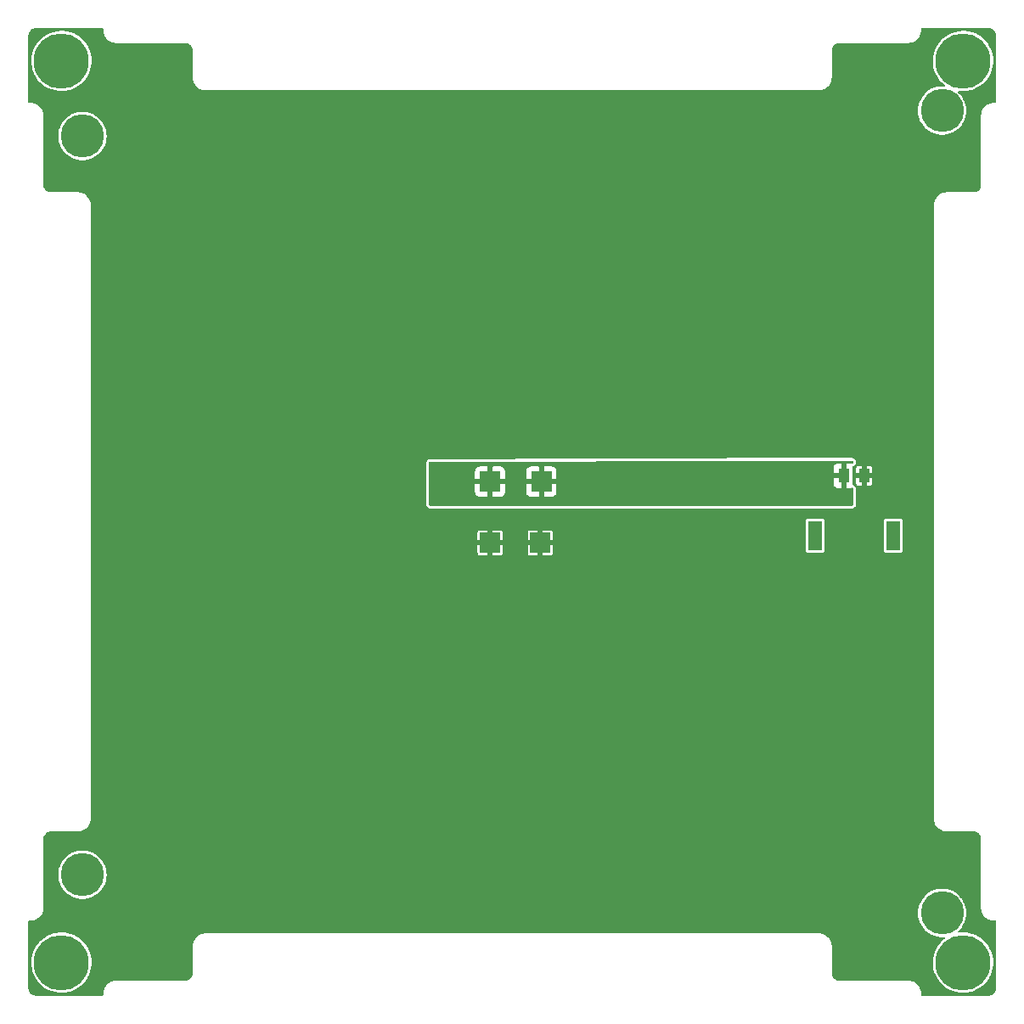
<source format=gbl>
G04 #@! TF.GenerationSoftware,KiCad,Pcbnew,(6.0.5-0)*
G04 #@! TF.CreationDate,2023-03-07T01:41:47-05:00*
G04 #@! TF.ProjectId,bottom-adapter,626f7474-6f6d-42d6-9164-61707465722e,3*
G04 #@! TF.SameCoordinates,Original*
G04 #@! TF.FileFunction,Copper,L2,Bot*
G04 #@! TF.FilePolarity,Positive*
%FSLAX46Y46*%
G04 Gerber Fmt 4.6, Leading zero omitted, Abs format (unit mm)*
G04 Created by KiCad (PCBNEW (6.0.5-0)) date 2023-03-07 01:41:47*
%MOMM*%
%LPD*%
G01*
G04 APERTURE LIST*
G04 #@! TA.AperFunction,ComponentPad*
%ADD10C,5.500000*%
G04 #@! TD*
G04 #@! TA.AperFunction,ComponentPad*
%ADD11R,2.000000X2.000000*%
G04 #@! TD*
G04 #@! TA.AperFunction,ComponentPad*
%ADD12C,4.300000*%
G04 #@! TD*
G04 #@! TA.AperFunction,SMDPad,CuDef*
%ADD13R,1.100000X1.450000*%
G04 #@! TD*
G04 #@! TA.AperFunction,SMDPad,CuDef*
%ADD14R,1.350000X2.899999*%
G04 #@! TD*
G04 #@! TA.AperFunction,ViaPad*
%ADD15C,0.800000*%
G04 #@! TD*
G04 APERTURE END LIST*
D10*
X163450000Y-143450000D03*
D11*
X121400000Y-95500000D03*
D12*
X161364000Y-58495000D03*
D11*
X116300000Y-101600000D03*
D10*
X73550000Y-53550000D03*
D12*
X161364000Y-138505000D03*
X75639000Y-134695000D03*
X75639000Y-61035000D03*
D10*
X73550000Y-143450000D03*
D11*
X121300000Y-101600000D03*
D10*
X163450000Y-53550000D03*
D11*
X116300000Y-95500000D03*
D13*
X153600000Y-94900000D03*
X151599999Y-94900000D03*
D14*
X156494998Y-100874999D03*
X148705003Y-100874999D03*
D15*
X118700000Y-104000000D03*
X113700000Y-104000000D03*
X121300000Y-103900000D03*
X113700000Y-102800000D03*
X118700000Y-102800000D03*
X123900000Y-104000000D03*
X116300000Y-104000000D03*
X123800000Y-102800000D03*
G04 #@! TA.AperFunction,Conductor*
G36*
X77704031Y-50273713D02*
G01*
X77740576Y-50324013D01*
X77745500Y-50355100D01*
X77745500Y-50465025D01*
X77743567Y-50484650D01*
X77740514Y-50500000D01*
X77742346Y-50509209D01*
X77742447Y-50510492D01*
X77742447Y-50512490D01*
X77742811Y-50515123D01*
X77757114Y-50696854D01*
X77758037Y-50700700D01*
X77758038Y-50700704D01*
X77772890Y-50762565D01*
X77803210Y-50888860D01*
X77804723Y-50892512D01*
X77804724Y-50892516D01*
X77855604Y-51015350D01*
X77878776Y-51071292D01*
X77981950Y-51239657D01*
X78110192Y-51389808D01*
X78260343Y-51518050D01*
X78428708Y-51621224D01*
X78432357Y-51622735D01*
X78432356Y-51622735D01*
X78607484Y-51695276D01*
X78607488Y-51695277D01*
X78611140Y-51696790D01*
X78707143Y-51719838D01*
X78799296Y-51741962D01*
X78799300Y-51741963D01*
X78803146Y-51742886D01*
X78984877Y-51757189D01*
X78987510Y-51757553D01*
X78989508Y-51757553D01*
X78990791Y-51757654D01*
X79000000Y-51759486D01*
X79009718Y-51757553D01*
X79009719Y-51757553D01*
X79015350Y-51756433D01*
X79034975Y-51754500D01*
X85865025Y-51754500D01*
X85884650Y-51756433D01*
X85890281Y-51757553D01*
X85890282Y-51757553D01*
X85900000Y-51759486D01*
X85909717Y-51757553D01*
X85919627Y-51757553D01*
X85919627Y-51758202D01*
X85931616Y-51757614D01*
X86035582Y-51767854D01*
X86054923Y-51771702D01*
X86175806Y-51808371D01*
X86194026Y-51815918D01*
X86305440Y-51875470D01*
X86321838Y-51886426D01*
X86419489Y-51966566D01*
X86433434Y-51980511D01*
X86513574Y-52078162D01*
X86524530Y-52094560D01*
X86584082Y-52205974D01*
X86591629Y-52224194D01*
X86628298Y-52345077D01*
X86632146Y-52364418D01*
X86642386Y-52468384D01*
X86641798Y-52480373D01*
X86642447Y-52480373D01*
X86642447Y-52490283D01*
X86640514Y-52500000D01*
X86642447Y-52509718D01*
X86642447Y-52509719D01*
X86643567Y-52515350D01*
X86645500Y-52534975D01*
X86645500Y-55165025D01*
X86643567Y-55184650D01*
X86640514Y-55200000D01*
X86642346Y-55209209D01*
X86642447Y-55210492D01*
X86642447Y-55212490D01*
X86642811Y-55215123D01*
X86657114Y-55396854D01*
X86703210Y-55588860D01*
X86704723Y-55592512D01*
X86704724Y-55592516D01*
X86760491Y-55727148D01*
X86778776Y-55771292D01*
X86881950Y-55939657D01*
X87010192Y-56089808D01*
X87160343Y-56218050D01*
X87328708Y-56321224D01*
X87332357Y-56322735D01*
X87332356Y-56322735D01*
X87507484Y-56395276D01*
X87507488Y-56395277D01*
X87511140Y-56396790D01*
X87607143Y-56419838D01*
X87699296Y-56441962D01*
X87699300Y-56441963D01*
X87703146Y-56442886D01*
X87884877Y-56457189D01*
X87887510Y-56457553D01*
X87889508Y-56457553D01*
X87890791Y-56457654D01*
X87900000Y-56459486D01*
X87909718Y-56457553D01*
X87909719Y-56457553D01*
X87915350Y-56456433D01*
X87934975Y-56454500D01*
X149065025Y-56454500D01*
X149084650Y-56456433D01*
X149090281Y-56457553D01*
X149090282Y-56457553D01*
X149100000Y-56459486D01*
X149109209Y-56457654D01*
X149110492Y-56457553D01*
X149112490Y-56457553D01*
X149115123Y-56457189D01*
X149296854Y-56442886D01*
X149300700Y-56441963D01*
X149300704Y-56441962D01*
X149392857Y-56419838D01*
X149488860Y-56396790D01*
X149492512Y-56395277D01*
X149492516Y-56395276D01*
X149667644Y-56322735D01*
X149667643Y-56322735D01*
X149671292Y-56321224D01*
X149839657Y-56218050D01*
X149989808Y-56089808D01*
X150118050Y-55939657D01*
X150221224Y-55771292D01*
X150239509Y-55727148D01*
X150295276Y-55592516D01*
X150295277Y-55592512D01*
X150296790Y-55588860D01*
X150342886Y-55396854D01*
X150357189Y-55215123D01*
X150357553Y-55212490D01*
X150357553Y-55210492D01*
X150357654Y-55209209D01*
X150359486Y-55200000D01*
X150356433Y-55184650D01*
X150354500Y-55165025D01*
X150354500Y-52534975D01*
X150356433Y-52515350D01*
X150357553Y-52509719D01*
X150357553Y-52509718D01*
X150359486Y-52500000D01*
X150357553Y-52490283D01*
X150357553Y-52480373D01*
X150358202Y-52480373D01*
X150357614Y-52468384D01*
X150367854Y-52364418D01*
X150371702Y-52345077D01*
X150408371Y-52224194D01*
X150415918Y-52205974D01*
X150475470Y-52094560D01*
X150486426Y-52078162D01*
X150566566Y-51980511D01*
X150580511Y-51966566D01*
X150678162Y-51886426D01*
X150694560Y-51875470D01*
X150805974Y-51815918D01*
X150824194Y-51808371D01*
X150945077Y-51771702D01*
X150964418Y-51767854D01*
X151068384Y-51757614D01*
X151080373Y-51758202D01*
X151080373Y-51757553D01*
X151090283Y-51757553D01*
X151100000Y-51759486D01*
X151109718Y-51757553D01*
X151109719Y-51757553D01*
X151115350Y-51756433D01*
X151134975Y-51754500D01*
X157965025Y-51754500D01*
X157984650Y-51756433D01*
X157990281Y-51757553D01*
X157990282Y-51757553D01*
X158000000Y-51759486D01*
X158009209Y-51757654D01*
X158010492Y-51757553D01*
X158012490Y-51757553D01*
X158015123Y-51757189D01*
X158196854Y-51742886D01*
X158200700Y-51741963D01*
X158200704Y-51741962D01*
X158292857Y-51719838D01*
X158388860Y-51696790D01*
X158392512Y-51695277D01*
X158392516Y-51695276D01*
X158567644Y-51622735D01*
X158567643Y-51622735D01*
X158571292Y-51621224D01*
X158739657Y-51518050D01*
X158889808Y-51389808D01*
X159018050Y-51239657D01*
X159121224Y-51071292D01*
X159144396Y-51015350D01*
X159195276Y-50892516D01*
X159195277Y-50892512D01*
X159196790Y-50888860D01*
X159227110Y-50762565D01*
X159241962Y-50700704D01*
X159241963Y-50700700D01*
X159242886Y-50696854D01*
X159257189Y-50515123D01*
X159257553Y-50512490D01*
X159257553Y-50510492D01*
X159257654Y-50509209D01*
X159259486Y-50500000D01*
X159256433Y-50484650D01*
X159254500Y-50465025D01*
X159254500Y-50355100D01*
X159273713Y-50295969D01*
X159324013Y-50259424D01*
X159355100Y-50254500D01*
X165965025Y-50254500D01*
X165984650Y-50256433D01*
X165990281Y-50257553D01*
X165990282Y-50257553D01*
X166000000Y-50259486D01*
X166009717Y-50257553D01*
X166019627Y-50257553D01*
X166019627Y-50258202D01*
X166031616Y-50257614D01*
X166135582Y-50267854D01*
X166154923Y-50271702D01*
X166275806Y-50308371D01*
X166294026Y-50315918D01*
X166405440Y-50375470D01*
X166421838Y-50386426D01*
X166519489Y-50466566D01*
X166533432Y-50480509D01*
X166541452Y-50490281D01*
X166613574Y-50578162D01*
X166624530Y-50594560D01*
X166684082Y-50705974D01*
X166691629Y-50724194D01*
X166728298Y-50845077D01*
X166732146Y-50864418D01*
X166742386Y-50968384D01*
X166741798Y-50980373D01*
X166742447Y-50980373D01*
X166742447Y-50990283D01*
X166740514Y-51000000D01*
X166742447Y-51009718D01*
X166742447Y-51009719D01*
X166743567Y-51015350D01*
X166745500Y-51034975D01*
X166745500Y-57644900D01*
X166726287Y-57704031D01*
X166675987Y-57740576D01*
X166644900Y-57745500D01*
X166534975Y-57745500D01*
X166515350Y-57743567D01*
X166509719Y-57742447D01*
X166509718Y-57742447D01*
X166500000Y-57740514D01*
X166490791Y-57742346D01*
X166489508Y-57742447D01*
X166487510Y-57742447D01*
X166484877Y-57742811D01*
X166303146Y-57757114D01*
X166299300Y-57758037D01*
X166299296Y-57758038D01*
X166207143Y-57780162D01*
X166111140Y-57803210D01*
X166107488Y-57804723D01*
X166107484Y-57804724D01*
X165955058Y-57867861D01*
X165928708Y-57878776D01*
X165760343Y-57981950D01*
X165610192Y-58110192D01*
X165481950Y-58260343D01*
X165378776Y-58428708D01*
X165303210Y-58611140D01*
X165302286Y-58614990D01*
X165259358Y-58793800D01*
X165257114Y-58803146D01*
X165242941Y-58983235D01*
X165242812Y-58984873D01*
X165242447Y-58987510D01*
X165242447Y-58989508D01*
X165242346Y-58990791D01*
X165240514Y-59000000D01*
X165242447Y-59009718D01*
X165242447Y-59009719D01*
X165243567Y-59015350D01*
X165245500Y-59034975D01*
X165245500Y-65865025D01*
X165243567Y-65884650D01*
X165240514Y-65900000D01*
X165242447Y-65909717D01*
X165242447Y-65919627D01*
X165241798Y-65919627D01*
X165242386Y-65931616D01*
X165232146Y-66035582D01*
X165228298Y-66054923D01*
X165191629Y-66175806D01*
X165184082Y-66194026D01*
X165124530Y-66305440D01*
X165113574Y-66321838D01*
X165033434Y-66419489D01*
X165019489Y-66433434D01*
X164921838Y-66513574D01*
X164905440Y-66524530D01*
X164794026Y-66584082D01*
X164775806Y-66591629D01*
X164654923Y-66628298D01*
X164635582Y-66632146D01*
X164531616Y-66642386D01*
X164519627Y-66641798D01*
X164519627Y-66642447D01*
X164509717Y-66642447D01*
X164500000Y-66640514D01*
X164490282Y-66642447D01*
X164490281Y-66642447D01*
X164484650Y-66643567D01*
X164465025Y-66645500D01*
X161834975Y-66645500D01*
X161815350Y-66643567D01*
X161809719Y-66642447D01*
X161809718Y-66642447D01*
X161800000Y-66640514D01*
X161790791Y-66642346D01*
X161789508Y-66642447D01*
X161787510Y-66642447D01*
X161784877Y-66642811D01*
X161603146Y-66657114D01*
X161599300Y-66658037D01*
X161599296Y-66658038D01*
X161507143Y-66680162D01*
X161411140Y-66703210D01*
X161407488Y-66704723D01*
X161407484Y-66704724D01*
X161255058Y-66767861D01*
X161228708Y-66778776D01*
X161060343Y-66881950D01*
X160910192Y-67010192D01*
X160781950Y-67160343D01*
X160678776Y-67328708D01*
X160603210Y-67511140D01*
X160557114Y-67703146D01*
X160556804Y-67707089D01*
X160542812Y-67884873D01*
X160542447Y-67887510D01*
X160542447Y-67889508D01*
X160542346Y-67890791D01*
X160540514Y-67900000D01*
X160542447Y-67909718D01*
X160542447Y-67909719D01*
X160543567Y-67915350D01*
X160545500Y-67934975D01*
X160545500Y-129065025D01*
X160543567Y-129084650D01*
X160540514Y-129100000D01*
X160542346Y-129109209D01*
X160542447Y-129110492D01*
X160542447Y-129112490D01*
X160542811Y-129115123D01*
X160557114Y-129296854D01*
X160603210Y-129488860D01*
X160678776Y-129671292D01*
X160781950Y-129839657D01*
X160910192Y-129989808D01*
X161060343Y-130118050D01*
X161228708Y-130221224D01*
X161232357Y-130222735D01*
X161232356Y-130222735D01*
X161407484Y-130295276D01*
X161407488Y-130295277D01*
X161411140Y-130296790D01*
X161507143Y-130319838D01*
X161599296Y-130341962D01*
X161599300Y-130341963D01*
X161603146Y-130342886D01*
X161784877Y-130357189D01*
X161787510Y-130357553D01*
X161789508Y-130357553D01*
X161790791Y-130357654D01*
X161800000Y-130359486D01*
X161809718Y-130357553D01*
X161809719Y-130357553D01*
X161815350Y-130356433D01*
X161834975Y-130354500D01*
X164465025Y-130354500D01*
X164484650Y-130356433D01*
X164490281Y-130357553D01*
X164490282Y-130357553D01*
X164500000Y-130359486D01*
X164509717Y-130357553D01*
X164519627Y-130357553D01*
X164519627Y-130358202D01*
X164531616Y-130357614D01*
X164635582Y-130367854D01*
X164654923Y-130371702D01*
X164775806Y-130408371D01*
X164794026Y-130415918D01*
X164905440Y-130475470D01*
X164921838Y-130486426D01*
X165019489Y-130566566D01*
X165033434Y-130580511D01*
X165113574Y-130678162D01*
X165124530Y-130694560D01*
X165184082Y-130805974D01*
X165191629Y-130824194D01*
X165228298Y-130945077D01*
X165232146Y-130964418D01*
X165242386Y-131068384D01*
X165241798Y-131080373D01*
X165242447Y-131080373D01*
X165242447Y-131090283D01*
X165240514Y-131100000D01*
X165242447Y-131109718D01*
X165242447Y-131109719D01*
X165243567Y-131115350D01*
X165245500Y-131134975D01*
X165245500Y-137965025D01*
X165243567Y-137984650D01*
X165240514Y-138000000D01*
X165242346Y-138009209D01*
X165242447Y-138010492D01*
X165242447Y-138012490D01*
X165242811Y-138015123D01*
X165257114Y-138196854D01*
X165258037Y-138200700D01*
X165258038Y-138200704D01*
X165278345Y-138285290D01*
X165303210Y-138388860D01*
X165378776Y-138571292D01*
X165481950Y-138739657D01*
X165610192Y-138889808D01*
X165760343Y-139018050D01*
X165928708Y-139121224D01*
X165932357Y-139122735D01*
X165932356Y-139122735D01*
X166107484Y-139195276D01*
X166107488Y-139195277D01*
X166111140Y-139196790D01*
X166207143Y-139219838D01*
X166299296Y-139241962D01*
X166299300Y-139241963D01*
X166303146Y-139242886D01*
X166484877Y-139257189D01*
X166487510Y-139257553D01*
X166489508Y-139257553D01*
X166490791Y-139257654D01*
X166500000Y-139259486D01*
X166509718Y-139257553D01*
X166509719Y-139257553D01*
X166515350Y-139256433D01*
X166534975Y-139254500D01*
X166644900Y-139254500D01*
X166704031Y-139273713D01*
X166740576Y-139324013D01*
X166745500Y-139355100D01*
X166745500Y-145965025D01*
X166743567Y-145984650D01*
X166740514Y-146000000D01*
X166742447Y-146009717D01*
X166742447Y-146019627D01*
X166741798Y-146019627D01*
X166742386Y-146031616D01*
X166732146Y-146135582D01*
X166728298Y-146154923D01*
X166691629Y-146275806D01*
X166684082Y-146294026D01*
X166624530Y-146405440D01*
X166613574Y-146421838D01*
X166601905Y-146436057D01*
X166536831Y-146515350D01*
X166533434Y-146519489D01*
X166519489Y-146533434D01*
X166421838Y-146613574D01*
X166405440Y-146624530D01*
X166294026Y-146684082D01*
X166275806Y-146691629D01*
X166154923Y-146728298D01*
X166135582Y-146732146D01*
X166031616Y-146742386D01*
X166019627Y-146741798D01*
X166019627Y-146742447D01*
X166009717Y-146742447D01*
X166000000Y-146740514D01*
X165990282Y-146742447D01*
X165990281Y-146742447D01*
X165984650Y-146743567D01*
X165965025Y-146745500D01*
X159355100Y-146745500D01*
X159295969Y-146726287D01*
X159259424Y-146675987D01*
X159254500Y-146644900D01*
X159254500Y-146534975D01*
X159256433Y-146515350D01*
X159257553Y-146509719D01*
X159257553Y-146509718D01*
X159259486Y-146500000D01*
X159257654Y-146490791D01*
X159257553Y-146489508D01*
X159257553Y-146487510D01*
X159257188Y-146484873D01*
X159257059Y-146483235D01*
X159242886Y-146303146D01*
X159240256Y-146292188D01*
X159207301Y-146154923D01*
X159196790Y-146111140D01*
X159157699Y-146016765D01*
X159122735Y-145932356D01*
X159121224Y-145928708D01*
X159018050Y-145760343D01*
X158889808Y-145610192D01*
X158739657Y-145481950D01*
X158571292Y-145378776D01*
X158544942Y-145367861D01*
X158392516Y-145304724D01*
X158392512Y-145304723D01*
X158388860Y-145303210D01*
X158292857Y-145280162D01*
X158200704Y-145258038D01*
X158200700Y-145258037D01*
X158196854Y-145257114D01*
X158015123Y-145242811D01*
X158012490Y-145242447D01*
X158010492Y-145242447D01*
X158009209Y-145242346D01*
X158000000Y-145240514D01*
X157990282Y-145242447D01*
X157990281Y-145242447D01*
X157984650Y-145243567D01*
X157965025Y-145245500D01*
X151134975Y-145245500D01*
X151115350Y-145243567D01*
X151109719Y-145242447D01*
X151109718Y-145242447D01*
X151100000Y-145240514D01*
X151090283Y-145242447D01*
X151080373Y-145242447D01*
X151080373Y-145241798D01*
X151068384Y-145242386D01*
X150964418Y-145232146D01*
X150945077Y-145228298D01*
X150824194Y-145191629D01*
X150805974Y-145184082D01*
X150694560Y-145124530D01*
X150678162Y-145113574D01*
X150580511Y-145033434D01*
X150566566Y-145019489D01*
X150486426Y-144921838D01*
X150475470Y-144905440D01*
X150415918Y-144794026D01*
X150408371Y-144775806D01*
X150371702Y-144654923D01*
X150367854Y-144635582D01*
X150357614Y-144531616D01*
X150358202Y-144519627D01*
X150357553Y-144519627D01*
X150357553Y-144509717D01*
X150359486Y-144500000D01*
X150356433Y-144484650D01*
X150354500Y-144465025D01*
X150354500Y-141834975D01*
X150356433Y-141815350D01*
X150357553Y-141809719D01*
X150357553Y-141809718D01*
X150359486Y-141800000D01*
X150357654Y-141790791D01*
X150357553Y-141789508D01*
X150357553Y-141787510D01*
X150357188Y-141784873D01*
X150357059Y-141783235D01*
X150342886Y-141603146D01*
X150296790Y-141411140D01*
X150221224Y-141228708D01*
X150134353Y-141086947D01*
X150120114Y-141063711D01*
X150120113Y-141063710D01*
X150118050Y-141060343D01*
X149989808Y-140910192D01*
X149839657Y-140781950D01*
X149671292Y-140678776D01*
X149644942Y-140667861D01*
X149492516Y-140604724D01*
X149492512Y-140604723D01*
X149488860Y-140603210D01*
X149384376Y-140578126D01*
X149300704Y-140558038D01*
X149300700Y-140558037D01*
X149296854Y-140557114D01*
X149115123Y-140542811D01*
X149112490Y-140542447D01*
X149110492Y-140542447D01*
X149109209Y-140542346D01*
X149100000Y-140540514D01*
X149090282Y-140542447D01*
X149090281Y-140542447D01*
X149084650Y-140543567D01*
X149065025Y-140545500D01*
X87934975Y-140545500D01*
X87915350Y-140543567D01*
X87909719Y-140542447D01*
X87909718Y-140542447D01*
X87900000Y-140540514D01*
X87890791Y-140542346D01*
X87889508Y-140542447D01*
X87887510Y-140542447D01*
X87884877Y-140542811D01*
X87703146Y-140557114D01*
X87699300Y-140558037D01*
X87699296Y-140558038D01*
X87615624Y-140578126D01*
X87511140Y-140603210D01*
X87507488Y-140604723D01*
X87507484Y-140604724D01*
X87355058Y-140667861D01*
X87328708Y-140678776D01*
X87160343Y-140781950D01*
X87010192Y-140910192D01*
X86881950Y-141060343D01*
X86879887Y-141063710D01*
X86879886Y-141063711D01*
X86865647Y-141086947D01*
X86778776Y-141228708D01*
X86703210Y-141411140D01*
X86657114Y-141603146D01*
X86642941Y-141783235D01*
X86642812Y-141784873D01*
X86642447Y-141787510D01*
X86642447Y-141789508D01*
X86642346Y-141790791D01*
X86640514Y-141800000D01*
X86642447Y-141809718D01*
X86642447Y-141809719D01*
X86643567Y-141815350D01*
X86645500Y-141834975D01*
X86645500Y-144465025D01*
X86643567Y-144484650D01*
X86640514Y-144500000D01*
X86642447Y-144509717D01*
X86642447Y-144519627D01*
X86641798Y-144519627D01*
X86642386Y-144531616D01*
X86632146Y-144635582D01*
X86628298Y-144654923D01*
X86591629Y-144775806D01*
X86584082Y-144794026D01*
X86524530Y-144905440D01*
X86513574Y-144921838D01*
X86433434Y-145019489D01*
X86419489Y-145033434D01*
X86321838Y-145113574D01*
X86305440Y-145124530D01*
X86194026Y-145184082D01*
X86175806Y-145191629D01*
X86054923Y-145228298D01*
X86035582Y-145232146D01*
X85931616Y-145242386D01*
X85919627Y-145241798D01*
X85919627Y-145242447D01*
X85909717Y-145242447D01*
X85900000Y-145240514D01*
X85890282Y-145242447D01*
X85890281Y-145242447D01*
X85884650Y-145243567D01*
X85865025Y-145245500D01*
X79034975Y-145245500D01*
X79015350Y-145243567D01*
X79009719Y-145242447D01*
X79009718Y-145242447D01*
X79000000Y-145240514D01*
X78990791Y-145242346D01*
X78989508Y-145242447D01*
X78987510Y-145242447D01*
X78984877Y-145242811D01*
X78803146Y-145257114D01*
X78799300Y-145258037D01*
X78799296Y-145258038D01*
X78707143Y-145280162D01*
X78611140Y-145303210D01*
X78607488Y-145304723D01*
X78607484Y-145304724D01*
X78455058Y-145367861D01*
X78428708Y-145378776D01*
X78260343Y-145481950D01*
X78110192Y-145610192D01*
X77981950Y-145760343D01*
X77878776Y-145928708D01*
X77877265Y-145932356D01*
X77842302Y-146016765D01*
X77803210Y-146111140D01*
X77792699Y-146154923D01*
X77759745Y-146292188D01*
X77757114Y-146303146D01*
X77742941Y-146483235D01*
X77742812Y-146484873D01*
X77742447Y-146487510D01*
X77742447Y-146489508D01*
X77742346Y-146490791D01*
X77740514Y-146500000D01*
X77742447Y-146509718D01*
X77742447Y-146509719D01*
X77743567Y-146515350D01*
X77745500Y-146534975D01*
X77745500Y-146644900D01*
X77726287Y-146704031D01*
X77675987Y-146740576D01*
X77644900Y-146745500D01*
X71034975Y-146745500D01*
X71015350Y-146743567D01*
X71009719Y-146742447D01*
X71009718Y-146742447D01*
X71000000Y-146740514D01*
X70990283Y-146742447D01*
X70980373Y-146742447D01*
X70980373Y-146741798D01*
X70968384Y-146742386D01*
X70864418Y-146732146D01*
X70845077Y-146728298D01*
X70724194Y-146691629D01*
X70705974Y-146684082D01*
X70594560Y-146624530D01*
X70578162Y-146613574D01*
X70480511Y-146533434D01*
X70466566Y-146519489D01*
X70463170Y-146515350D01*
X70398095Y-146436057D01*
X70386426Y-146421838D01*
X70375470Y-146405440D01*
X70315918Y-146294026D01*
X70308371Y-146275806D01*
X70271702Y-146154923D01*
X70267854Y-146135582D01*
X70257614Y-146031616D01*
X70258202Y-146019627D01*
X70257553Y-146019627D01*
X70257553Y-146009717D01*
X70259486Y-146000000D01*
X70256433Y-145984650D01*
X70254500Y-145965025D01*
X70254500Y-143355466D01*
X70541893Y-143355466D01*
X70550963Y-143701836D01*
X70599784Y-144044868D01*
X70600521Y-144047678D01*
X70600522Y-144047682D01*
X70671929Y-144319868D01*
X70687708Y-144380015D01*
X70813570Y-144702835D01*
X70975703Y-145009050D01*
X71171956Y-145294600D01*
X71173860Y-145296783D01*
X71173865Y-145296789D01*
X71358103Y-145507984D01*
X71399729Y-145555701D01*
X71656002Y-145788892D01*
X71658347Y-145790577D01*
X71928428Y-145984650D01*
X71937380Y-145991083D01*
X72240132Y-146159592D01*
X72560246Y-146292188D01*
X72563031Y-146292981D01*
X72563033Y-146292982D01*
X72612557Y-146307089D01*
X72893478Y-146387111D01*
X73235412Y-146443105D01*
X73454757Y-146453449D01*
X73578608Y-146459290D01*
X73578610Y-146459290D01*
X73581516Y-146459427D01*
X73850539Y-146441086D01*
X73924313Y-146436057D01*
X73924314Y-146436057D01*
X73927202Y-146435860D01*
X73930048Y-146435332D01*
X73930052Y-146435332D01*
X74265030Y-146373248D01*
X74265035Y-146373247D01*
X74267888Y-146372718D01*
X74366544Y-146342367D01*
X74596302Y-146271685D01*
X74596310Y-146271682D01*
X74599060Y-146270836D01*
X74916326Y-146131566D01*
X75215483Y-145956753D01*
X75492564Y-145748714D01*
X75743898Y-145510207D01*
X75966153Y-145244394D01*
X76120745Y-145009050D01*
X76154797Y-144957211D01*
X76154800Y-144957207D01*
X76156383Y-144954796D01*
X76181207Y-144905440D01*
X76246406Y-144775806D01*
X76312067Y-144645253D01*
X76315606Y-144635582D01*
X76430146Y-144322588D01*
X76430148Y-144322582D01*
X76431141Y-144319868D01*
X76512027Y-143982953D01*
X76553653Y-143638974D01*
X76559592Y-143450000D01*
X76539647Y-143104086D01*
X76480075Y-142762757D01*
X76381667Y-142430537D01*
X76245727Y-142111830D01*
X76199304Y-142030441D01*
X76121329Y-141893738D01*
X76074056Y-141810859D01*
X75868930Y-141531614D01*
X75800205Y-141457656D01*
X75635047Y-141279925D01*
X75633069Y-141277796D01*
X75627281Y-141272852D01*
X75371809Y-141054659D01*
X75371807Y-141054657D01*
X75369597Y-141052770D01*
X75082007Y-140859518D01*
X75028936Y-140832126D01*
X74776681Y-140701927D01*
X74776674Y-140701924D01*
X74774111Y-140700601D01*
X74516374Y-140603210D01*
X74452701Y-140579150D01*
X74449991Y-140578126D01*
X74447180Y-140577420D01*
X74447177Y-140577419D01*
X74116761Y-140494424D01*
X74116755Y-140494423D01*
X74113941Y-140493716D01*
X74111059Y-140493337D01*
X74111056Y-140493336D01*
X73939201Y-140470711D01*
X73770417Y-140448490D01*
X73623172Y-140446177D01*
X73426866Y-140443093D01*
X73426858Y-140443093D01*
X73423971Y-140443048D01*
X73201087Y-140465295D01*
X73082069Y-140477174D01*
X73082065Y-140477175D01*
X73079196Y-140477461D01*
X72740661Y-140551274D01*
X72412853Y-140663507D01*
X72100118Y-140812674D01*
X72097668Y-140814211D01*
X71809056Y-140995257D01*
X71809052Y-140995260D01*
X71806600Y-140996798D01*
X71804342Y-140998607D01*
X71804335Y-140998612D01*
X71716695Y-141068825D01*
X71536190Y-141213437D01*
X71477394Y-141272852D01*
X71344165Y-141407484D01*
X71292472Y-141459721D01*
X71290685Y-141462000D01*
X71139699Y-141654560D01*
X71078676Y-141732385D01*
X71077165Y-141734850D01*
X71077162Y-141734855D01*
X70899149Y-142025346D01*
X70897636Y-142027815D01*
X70751752Y-142342095D01*
X70750840Y-142344852D01*
X70750839Y-142344855D01*
X70721582Y-142433319D01*
X70642957Y-142671060D01*
X70642369Y-142673899D01*
X70642368Y-142673903D01*
X70623375Y-142765620D01*
X70572694Y-143010350D01*
X70572437Y-143013234D01*
X70572436Y-143013238D01*
X70559169Y-143161898D01*
X70541893Y-143355466D01*
X70254500Y-143355466D01*
X70254500Y-139355100D01*
X70273713Y-139295969D01*
X70324013Y-139259424D01*
X70355100Y-139254500D01*
X70465025Y-139254500D01*
X70484650Y-139256433D01*
X70490281Y-139257553D01*
X70490282Y-139257553D01*
X70500000Y-139259486D01*
X70509209Y-139257654D01*
X70510492Y-139257553D01*
X70512490Y-139257553D01*
X70515123Y-139257189D01*
X70696854Y-139242886D01*
X70700700Y-139241963D01*
X70700704Y-139241962D01*
X70792857Y-139219838D01*
X70888860Y-139196790D01*
X70892512Y-139195277D01*
X70892516Y-139195276D01*
X71067644Y-139122735D01*
X71067643Y-139122735D01*
X71071292Y-139121224D01*
X71239657Y-139018050D01*
X71389808Y-138889808D01*
X71518050Y-138739657D01*
X71621224Y-138571292D01*
X71648683Y-138505000D01*
X158954746Y-138505000D01*
X158954945Y-138508163D01*
X158969564Y-138740514D01*
X158973744Y-138806960D01*
X159030437Y-139104157D01*
X159123932Y-139391906D01*
X159252755Y-139665667D01*
X159414873Y-139921124D01*
X159607729Y-140154248D01*
X159828284Y-140361362D01*
X159830834Y-140363215D01*
X159830838Y-140363218D01*
X159948143Y-140448445D01*
X160073057Y-140539200D01*
X160338190Y-140684958D01*
X160341133Y-140686123D01*
X160341141Y-140686127D01*
X160616552Y-140795170D01*
X160616555Y-140795171D01*
X160619500Y-140796337D01*
X160622555Y-140797121D01*
X160622563Y-140797124D01*
X160846834Y-140854706D01*
X160912551Y-140871579D01*
X160915670Y-140871973D01*
X160915675Y-140871974D01*
X161209584Y-140909104D01*
X161209591Y-140909104D01*
X161212722Y-140909500D01*
X161515278Y-140909500D01*
X161518416Y-140909104D01*
X161521573Y-140908905D01*
X161521634Y-140909881D01*
X161578978Y-140920827D01*
X161621533Y-140966156D01*
X161629318Y-141027841D01*
X161599358Y-141082320D01*
X161593410Y-141087480D01*
X161436190Y-141213437D01*
X161377394Y-141272852D01*
X161244165Y-141407484D01*
X161192472Y-141459721D01*
X161190685Y-141462000D01*
X161039699Y-141654560D01*
X160978676Y-141732385D01*
X160977165Y-141734850D01*
X160977162Y-141734855D01*
X160799149Y-142025346D01*
X160797636Y-142027815D01*
X160651752Y-142342095D01*
X160650840Y-142344852D01*
X160650839Y-142344855D01*
X160621582Y-142433319D01*
X160542957Y-142671060D01*
X160542369Y-142673899D01*
X160542368Y-142673903D01*
X160523375Y-142765620D01*
X160472694Y-143010350D01*
X160472437Y-143013234D01*
X160472436Y-143013238D01*
X160459169Y-143161898D01*
X160441893Y-143355466D01*
X160450963Y-143701836D01*
X160499784Y-144044868D01*
X160500521Y-144047678D01*
X160500522Y-144047682D01*
X160571929Y-144319868D01*
X160587708Y-144380015D01*
X160713570Y-144702835D01*
X160875703Y-145009050D01*
X161071956Y-145294600D01*
X161073860Y-145296783D01*
X161073865Y-145296789D01*
X161258103Y-145507984D01*
X161299729Y-145555701D01*
X161556002Y-145788892D01*
X161558347Y-145790577D01*
X161828428Y-145984650D01*
X161837380Y-145991083D01*
X162140132Y-146159592D01*
X162460246Y-146292188D01*
X162463031Y-146292981D01*
X162463033Y-146292982D01*
X162512557Y-146307089D01*
X162793478Y-146387111D01*
X163135412Y-146443105D01*
X163354757Y-146453449D01*
X163478608Y-146459290D01*
X163478610Y-146459290D01*
X163481516Y-146459427D01*
X163750539Y-146441086D01*
X163824313Y-146436057D01*
X163824314Y-146436057D01*
X163827202Y-146435860D01*
X163830048Y-146435332D01*
X163830052Y-146435332D01*
X164165030Y-146373248D01*
X164165035Y-146373247D01*
X164167888Y-146372718D01*
X164266544Y-146342367D01*
X164496302Y-146271685D01*
X164496310Y-146271682D01*
X164499060Y-146270836D01*
X164816326Y-146131566D01*
X165115483Y-145956753D01*
X165392564Y-145748714D01*
X165643898Y-145510207D01*
X165866153Y-145244394D01*
X166020745Y-145009050D01*
X166054797Y-144957211D01*
X166054800Y-144957207D01*
X166056383Y-144954796D01*
X166081207Y-144905440D01*
X166146406Y-144775806D01*
X166212067Y-144645253D01*
X166215606Y-144635582D01*
X166330146Y-144322588D01*
X166330148Y-144322582D01*
X166331141Y-144319868D01*
X166412027Y-143982953D01*
X166453653Y-143638974D01*
X166459592Y-143450000D01*
X166439647Y-143104086D01*
X166380075Y-142762757D01*
X166281667Y-142430537D01*
X166145727Y-142111830D01*
X166099304Y-142030441D01*
X166021329Y-141893738D01*
X165974056Y-141810859D01*
X165768930Y-141531614D01*
X165700205Y-141457656D01*
X165535047Y-141279925D01*
X165533069Y-141277796D01*
X165527281Y-141272852D01*
X165271809Y-141054659D01*
X165271807Y-141054657D01*
X165269597Y-141052770D01*
X164982007Y-140859518D01*
X164928936Y-140832126D01*
X164676681Y-140701927D01*
X164676674Y-140701924D01*
X164674111Y-140700601D01*
X164416374Y-140603210D01*
X164352701Y-140579150D01*
X164349991Y-140578126D01*
X164347180Y-140577420D01*
X164347177Y-140577419D01*
X164016761Y-140494424D01*
X164016755Y-140494423D01*
X164013941Y-140493716D01*
X164011059Y-140493337D01*
X164011056Y-140493336D01*
X163839201Y-140470711D01*
X163670417Y-140448490D01*
X163523172Y-140446177D01*
X163326866Y-140443093D01*
X163326858Y-140443093D01*
X163323971Y-140443048D01*
X163186270Y-140456792D01*
X163046819Y-140470711D01*
X162986072Y-140457466D01*
X162944712Y-140411044D01*
X162938537Y-140349177D01*
X162967963Y-140297274D01*
X163117963Y-140156415D01*
X163120271Y-140154248D01*
X163313127Y-139921124D01*
X163475245Y-139665667D01*
X163604068Y-139391906D01*
X163697563Y-139104157D01*
X163754256Y-138806960D01*
X163758437Y-138740514D01*
X163773055Y-138508163D01*
X163773254Y-138505000D01*
X163754256Y-138203040D01*
X163697563Y-137905843D01*
X163604068Y-137618094D01*
X163475245Y-137344333D01*
X163313127Y-137088876D01*
X163290545Y-137061579D01*
X163122285Y-136858186D01*
X163122281Y-136858182D01*
X163120271Y-136855752D01*
X162899716Y-136648638D01*
X162897166Y-136646785D01*
X162897162Y-136646782D01*
X162657500Y-136472658D01*
X162654943Y-136470800D01*
X162389810Y-136325042D01*
X162386867Y-136323877D01*
X162386859Y-136323873D01*
X162111448Y-136214830D01*
X162111445Y-136214829D01*
X162108500Y-136213663D01*
X162105445Y-136212879D01*
X162105437Y-136212876D01*
X161881166Y-136155294D01*
X161815449Y-136138421D01*
X161812330Y-136138027D01*
X161812325Y-136138026D01*
X161518416Y-136100896D01*
X161518409Y-136100896D01*
X161515278Y-136100500D01*
X161212722Y-136100500D01*
X161209591Y-136100896D01*
X161209584Y-136100896D01*
X160915675Y-136138026D01*
X160915670Y-136138027D01*
X160912551Y-136138421D01*
X160846835Y-136155294D01*
X160622563Y-136212876D01*
X160622555Y-136212879D01*
X160619500Y-136213663D01*
X160616555Y-136214829D01*
X160616552Y-136214830D01*
X160341141Y-136323873D01*
X160341133Y-136323877D01*
X160338190Y-136325042D01*
X160073057Y-136470800D01*
X160070500Y-136472658D01*
X159830838Y-136646782D01*
X159830834Y-136646785D01*
X159828284Y-136648638D01*
X159607729Y-136855752D01*
X159605719Y-136858182D01*
X159605715Y-136858186D01*
X159437455Y-137061579D01*
X159414873Y-137088876D01*
X159252755Y-137344333D01*
X159123932Y-137618094D01*
X159030437Y-137905843D01*
X158973744Y-138203040D01*
X158954746Y-138505000D01*
X71648683Y-138505000D01*
X71696790Y-138388860D01*
X71721655Y-138285290D01*
X71741962Y-138200704D01*
X71741963Y-138200700D01*
X71742886Y-138196854D01*
X71757189Y-138015123D01*
X71757553Y-138012490D01*
X71757553Y-138010492D01*
X71757654Y-138009209D01*
X71759486Y-138000000D01*
X71756433Y-137984650D01*
X71754500Y-137965025D01*
X71754500Y-134695000D01*
X73229746Y-134695000D01*
X73248744Y-134996960D01*
X73305437Y-135294157D01*
X73398932Y-135581906D01*
X73527755Y-135855667D01*
X73689873Y-136111124D01*
X73691884Y-136113555D01*
X73691887Y-136113559D01*
X73775666Y-136214830D01*
X73882729Y-136344248D01*
X74103284Y-136551362D01*
X74105834Y-136553215D01*
X74105838Y-136553218D01*
X74234618Y-136646782D01*
X74348057Y-136729200D01*
X74613190Y-136874958D01*
X74616133Y-136876123D01*
X74616141Y-136876127D01*
X74891552Y-136985170D01*
X74891555Y-136985171D01*
X74894500Y-136986337D01*
X74897555Y-136987121D01*
X74897563Y-136987124D01*
X75121834Y-137044706D01*
X75187551Y-137061579D01*
X75190670Y-137061973D01*
X75190675Y-137061974D01*
X75484584Y-137099104D01*
X75484591Y-137099104D01*
X75487722Y-137099500D01*
X75790278Y-137099500D01*
X75793409Y-137099104D01*
X75793416Y-137099104D01*
X76087325Y-137061974D01*
X76087330Y-137061973D01*
X76090449Y-137061579D01*
X76156166Y-137044706D01*
X76380437Y-136987124D01*
X76380445Y-136987121D01*
X76383500Y-136986337D01*
X76386445Y-136985171D01*
X76386448Y-136985170D01*
X76661859Y-136876127D01*
X76661867Y-136876123D01*
X76664810Y-136874958D01*
X76929943Y-136729200D01*
X77043382Y-136646782D01*
X77172162Y-136553218D01*
X77172166Y-136553215D01*
X77174716Y-136551362D01*
X77395271Y-136344248D01*
X77502335Y-136214830D01*
X77586113Y-136113559D01*
X77586116Y-136113555D01*
X77588127Y-136111124D01*
X77750245Y-135855667D01*
X77879068Y-135581906D01*
X77972563Y-135294157D01*
X78029256Y-134996960D01*
X78048254Y-134695000D01*
X78029256Y-134393040D01*
X77972563Y-134095843D01*
X77879068Y-133808094D01*
X77750245Y-133534333D01*
X77588127Y-133278876D01*
X77395271Y-133045752D01*
X77174716Y-132838638D01*
X77172166Y-132836785D01*
X77172162Y-132836782D01*
X76932500Y-132662658D01*
X76929943Y-132660800D01*
X76664810Y-132515042D01*
X76661867Y-132513877D01*
X76661859Y-132513873D01*
X76386448Y-132404830D01*
X76386445Y-132404829D01*
X76383500Y-132403663D01*
X76380445Y-132402879D01*
X76380437Y-132402876D01*
X76156166Y-132345294D01*
X76090449Y-132328421D01*
X76087330Y-132328027D01*
X76087325Y-132328026D01*
X75793416Y-132290896D01*
X75793409Y-132290896D01*
X75790278Y-132290500D01*
X75487722Y-132290500D01*
X75484591Y-132290896D01*
X75484584Y-132290896D01*
X75190675Y-132328026D01*
X75190670Y-132328027D01*
X75187551Y-132328421D01*
X75121834Y-132345294D01*
X74897563Y-132402876D01*
X74897555Y-132402879D01*
X74894500Y-132403663D01*
X74891555Y-132404829D01*
X74891552Y-132404830D01*
X74616141Y-132513873D01*
X74616133Y-132513877D01*
X74613190Y-132515042D01*
X74348057Y-132660800D01*
X74345500Y-132662658D01*
X74105838Y-132836782D01*
X74105834Y-132836785D01*
X74103284Y-132838638D01*
X73882729Y-133045752D01*
X73689873Y-133278876D01*
X73527755Y-133534333D01*
X73398932Y-133808094D01*
X73305437Y-134095843D01*
X73248744Y-134393040D01*
X73229746Y-134695000D01*
X71754500Y-134695000D01*
X71754500Y-131134975D01*
X71756433Y-131115350D01*
X71757553Y-131109719D01*
X71757553Y-131109718D01*
X71759486Y-131100000D01*
X71757553Y-131090283D01*
X71757553Y-131080373D01*
X71758202Y-131080373D01*
X71757614Y-131068384D01*
X71767854Y-130964418D01*
X71771702Y-130945077D01*
X71808371Y-130824194D01*
X71815918Y-130805974D01*
X71875470Y-130694560D01*
X71886426Y-130678162D01*
X71966566Y-130580511D01*
X71980511Y-130566566D01*
X72078162Y-130486426D01*
X72094560Y-130475470D01*
X72205974Y-130415918D01*
X72224194Y-130408371D01*
X72345077Y-130371702D01*
X72364418Y-130367854D01*
X72468384Y-130357614D01*
X72480373Y-130358202D01*
X72480373Y-130357553D01*
X72490283Y-130357553D01*
X72500000Y-130359486D01*
X72509718Y-130357553D01*
X72509719Y-130357553D01*
X72515350Y-130356433D01*
X72534975Y-130354500D01*
X75165025Y-130354500D01*
X75184650Y-130356433D01*
X75190281Y-130357553D01*
X75190282Y-130357553D01*
X75200000Y-130359486D01*
X75209209Y-130357654D01*
X75210492Y-130357553D01*
X75212490Y-130357553D01*
X75215123Y-130357189D01*
X75396854Y-130342886D01*
X75400700Y-130341963D01*
X75400704Y-130341962D01*
X75492857Y-130319838D01*
X75588860Y-130296790D01*
X75592512Y-130295277D01*
X75592516Y-130295276D01*
X75767644Y-130222735D01*
X75767643Y-130222735D01*
X75771292Y-130221224D01*
X75939657Y-130118050D01*
X76089808Y-129989808D01*
X76218050Y-129839657D01*
X76321224Y-129671292D01*
X76396790Y-129488860D01*
X76442886Y-129296854D01*
X76457189Y-129115123D01*
X76457553Y-129112490D01*
X76457553Y-129110492D01*
X76457654Y-129109209D01*
X76459486Y-129100000D01*
X76456433Y-129084650D01*
X76454500Y-129065025D01*
X76454500Y-102620078D01*
X115046001Y-102620078D01*
X115046965Y-102629861D01*
X115058804Y-102689386D01*
X115066242Y-102707345D01*
X115111371Y-102774885D01*
X115125115Y-102788629D01*
X115192657Y-102833759D01*
X115210611Y-102841196D01*
X115270131Y-102853035D01*
X115279930Y-102854000D01*
X116030067Y-102854000D01*
X116042957Y-102849812D01*
X116046000Y-102845623D01*
X116046000Y-102838066D01*
X116554000Y-102838066D01*
X116558188Y-102850956D01*
X116562377Y-102853999D01*
X117320078Y-102853999D01*
X117329861Y-102853035D01*
X117389386Y-102841196D01*
X117407345Y-102833758D01*
X117474885Y-102788629D01*
X117488629Y-102774885D01*
X117533759Y-102707343D01*
X117541196Y-102689389D01*
X117553035Y-102629869D01*
X117553999Y-102620078D01*
X120046001Y-102620078D01*
X120046965Y-102629861D01*
X120058804Y-102689386D01*
X120066242Y-102707345D01*
X120111371Y-102774885D01*
X120125115Y-102788629D01*
X120192657Y-102833759D01*
X120210611Y-102841196D01*
X120270131Y-102853035D01*
X120279930Y-102854000D01*
X121030067Y-102854000D01*
X121042957Y-102849812D01*
X121046000Y-102845623D01*
X121046000Y-102838066D01*
X121554000Y-102838066D01*
X121558188Y-102850956D01*
X121562377Y-102853999D01*
X122320078Y-102853999D01*
X122329861Y-102853035D01*
X122389386Y-102841196D01*
X122407345Y-102833758D01*
X122474885Y-102788629D01*
X122488629Y-102774885D01*
X122533759Y-102707343D01*
X122541196Y-102689389D01*
X122553035Y-102629869D01*
X122554000Y-102620070D01*
X122554000Y-101869933D01*
X122549812Y-101857043D01*
X122545623Y-101854000D01*
X121569933Y-101854000D01*
X121557043Y-101858188D01*
X121554000Y-101862377D01*
X121554000Y-102838066D01*
X121046000Y-102838066D01*
X121046000Y-101869933D01*
X121041812Y-101857043D01*
X121037623Y-101854000D01*
X120061934Y-101854000D01*
X120049044Y-101858188D01*
X120046001Y-101862377D01*
X120046001Y-102620078D01*
X117553999Y-102620078D01*
X117554000Y-102620070D01*
X117554000Y-101869933D01*
X117549812Y-101857043D01*
X117545623Y-101854000D01*
X116569933Y-101854000D01*
X116557043Y-101858188D01*
X116554000Y-101862377D01*
X116554000Y-102838066D01*
X116046000Y-102838066D01*
X116046000Y-101869933D01*
X116041812Y-101857043D01*
X116037623Y-101854000D01*
X115061934Y-101854000D01*
X115049044Y-101858188D01*
X115046001Y-101862377D01*
X115046001Y-102620078D01*
X76454500Y-102620078D01*
X76454500Y-101330067D01*
X115046000Y-101330067D01*
X115050188Y-101342957D01*
X115054377Y-101346000D01*
X116030067Y-101346000D01*
X116042957Y-101341812D01*
X116046000Y-101337623D01*
X116046000Y-101330067D01*
X116554000Y-101330067D01*
X116558188Y-101342957D01*
X116562377Y-101346000D01*
X117538066Y-101346000D01*
X117550956Y-101341812D01*
X117553999Y-101337623D01*
X117553999Y-101330067D01*
X120046000Y-101330067D01*
X120050188Y-101342957D01*
X120054377Y-101346000D01*
X121030067Y-101346000D01*
X121042957Y-101341812D01*
X121046000Y-101337623D01*
X121046000Y-101330067D01*
X121554000Y-101330067D01*
X121558188Y-101342957D01*
X121562377Y-101346000D01*
X122538066Y-101346000D01*
X122550956Y-101341812D01*
X122553999Y-101337623D01*
X122553999Y-100579922D01*
X122553035Y-100570139D01*
X122541196Y-100510614D01*
X122533758Y-100492655D01*
X122488629Y-100425115D01*
X122474885Y-100411371D01*
X122407343Y-100366241D01*
X122389389Y-100358804D01*
X122329869Y-100346965D01*
X122320070Y-100346000D01*
X121569933Y-100346000D01*
X121557043Y-100350188D01*
X121554000Y-100354377D01*
X121554000Y-101330067D01*
X121046000Y-101330067D01*
X121046000Y-100361934D01*
X121041812Y-100349044D01*
X121037623Y-100346001D01*
X120279922Y-100346001D01*
X120270139Y-100346965D01*
X120210614Y-100358804D01*
X120192655Y-100366242D01*
X120125115Y-100411371D01*
X120111371Y-100425115D01*
X120066241Y-100492657D01*
X120058804Y-100510611D01*
X120046965Y-100570131D01*
X120046000Y-100579930D01*
X120046000Y-101330067D01*
X117553999Y-101330067D01*
X117553999Y-100579922D01*
X117553035Y-100570139D01*
X117541196Y-100510614D01*
X117533758Y-100492655D01*
X117488629Y-100425115D01*
X117474885Y-100411371D01*
X117407343Y-100366241D01*
X117389389Y-100358804D01*
X117329869Y-100346965D01*
X117320070Y-100346000D01*
X116569933Y-100346000D01*
X116557043Y-100350188D01*
X116554000Y-100354377D01*
X116554000Y-101330067D01*
X116046000Y-101330067D01*
X116046000Y-100361934D01*
X116041812Y-100349044D01*
X116037623Y-100346001D01*
X115279922Y-100346001D01*
X115270139Y-100346965D01*
X115210614Y-100358804D01*
X115192655Y-100366242D01*
X115125115Y-100411371D01*
X115111371Y-100425115D01*
X115066241Y-100492657D01*
X115058804Y-100510611D01*
X115046965Y-100570131D01*
X115046000Y-100579930D01*
X115046000Y-101330067D01*
X76454500Y-101330067D01*
X76454500Y-99399933D01*
X147775503Y-99399933D01*
X147775504Y-102350064D01*
X147790269Y-102424299D01*
X147795772Y-102432534D01*
X147795772Y-102432535D01*
X147841015Y-102500245D01*
X147846519Y-102508482D01*
X147930702Y-102564732D01*
X147979242Y-102574387D01*
X148000084Y-102578533D01*
X148000085Y-102578533D01*
X148004936Y-102579498D01*
X148009883Y-102579498D01*
X148705640Y-102579497D01*
X149405069Y-102579497D01*
X149440551Y-102572440D01*
X149469587Y-102566665D01*
X149469589Y-102566664D01*
X149479304Y-102564732D01*
X149563487Y-102508482D01*
X149619737Y-102424299D01*
X149634503Y-102350065D01*
X149634502Y-99399934D01*
X149634502Y-99399933D01*
X155565498Y-99399933D01*
X155565499Y-102350064D01*
X155580264Y-102424299D01*
X155585767Y-102432534D01*
X155585767Y-102432535D01*
X155631010Y-102500245D01*
X155636514Y-102508482D01*
X155720697Y-102564732D01*
X155769237Y-102574387D01*
X155790079Y-102578533D01*
X155790080Y-102578533D01*
X155794931Y-102579498D01*
X155799878Y-102579498D01*
X156495635Y-102579497D01*
X157195064Y-102579497D01*
X157230546Y-102572440D01*
X157259582Y-102566665D01*
X157259584Y-102566664D01*
X157269299Y-102564732D01*
X157353482Y-102508482D01*
X157409732Y-102424299D01*
X157424498Y-102350065D01*
X157424497Y-99399934D01*
X157409732Y-99325699D01*
X157404228Y-99317461D01*
X157358986Y-99249753D01*
X157353482Y-99241516D01*
X157269299Y-99185266D01*
X157220759Y-99175611D01*
X157199917Y-99171465D01*
X157199916Y-99171465D01*
X157195065Y-99170500D01*
X157190118Y-99170500D01*
X156494361Y-99170501D01*
X155794932Y-99170501D01*
X155759450Y-99177558D01*
X155730414Y-99183333D01*
X155730412Y-99183334D01*
X155720697Y-99185266D01*
X155636514Y-99241516D01*
X155580264Y-99325699D01*
X155565498Y-99399933D01*
X149634502Y-99399933D01*
X149619737Y-99325699D01*
X149614233Y-99317461D01*
X149568991Y-99249753D01*
X149563487Y-99241516D01*
X149479304Y-99185266D01*
X149430764Y-99175611D01*
X149409922Y-99171465D01*
X149409921Y-99171465D01*
X149405070Y-99170500D01*
X149400123Y-99170500D01*
X148704366Y-99170501D01*
X148004937Y-99170501D01*
X147969455Y-99177558D01*
X147940419Y-99183333D01*
X147940417Y-99183334D01*
X147930702Y-99185266D01*
X147846519Y-99241516D01*
X147790269Y-99325699D01*
X147775503Y-99399933D01*
X76454500Y-99399933D01*
X76454500Y-97774000D01*
X109940500Y-97774000D01*
X109940787Y-97776665D01*
X109940787Y-97776674D01*
X109944249Y-97808872D01*
X109946430Y-97829159D01*
X109957816Y-97881501D01*
X109965166Y-97908291D01*
X109968279Y-97913757D01*
X109968279Y-97913758D01*
X109986314Y-97945430D01*
X110015269Y-97996278D01*
X110061762Y-98049934D01*
X110095051Y-98082056D01*
X110101424Y-98085390D01*
X110101426Y-98085391D01*
X110141372Y-98106286D01*
X110184770Y-98128987D01*
X110189516Y-98130380D01*
X110189517Y-98130381D01*
X110193931Y-98131677D01*
X110252891Y-98148989D01*
X110301811Y-98156022D01*
X110322438Y-98158988D01*
X110322440Y-98158988D01*
X110326000Y-98159500D01*
X110329598Y-98159500D01*
X134328754Y-98159479D01*
X152374256Y-98159463D01*
X152429422Y-98153531D01*
X152432042Y-98152961D01*
X152480468Y-98142426D01*
X152480486Y-98142422D01*
X152481771Y-98142142D01*
X152490898Y-98139638D01*
X152502501Y-98136455D01*
X152502503Y-98136454D01*
X152508569Y-98134790D01*
X152514032Y-98131679D01*
X152514036Y-98131677D01*
X152592263Y-98087124D01*
X152596553Y-98084681D01*
X152634857Y-98051487D01*
X152648511Y-98039654D01*
X152648512Y-98039653D01*
X152650206Y-98038185D01*
X152651754Y-98036580D01*
X152651764Y-98036571D01*
X152677330Y-98010071D01*
X152682325Y-98004894D01*
X152729251Y-97915173D01*
X152749249Y-97847051D01*
X152759756Y-97773941D01*
X152759665Y-96218069D01*
X152758154Y-96190122D01*
X152755230Y-96163144D01*
X152724791Y-96066362D01*
X152722411Y-96062020D01*
X152691748Y-96006086D01*
X152691742Y-96006077D01*
X152690662Y-96004106D01*
X152664897Y-95965685D01*
X152587097Y-95900885D01*
X152582756Y-95898524D01*
X152582753Y-95898522D01*
X152546856Y-95878999D01*
X152524728Y-95866964D01*
X152522676Y-95866075D01*
X152522666Y-95866070D01*
X152488885Y-95851433D01*
X152488884Y-95851433D01*
X152482282Y-95848572D01*
X152474437Y-95847600D01*
X152473902Y-95847350D01*
X152468201Y-95845796D01*
X152468470Y-95844809D01*
X152418118Y-95821260D01*
X152388037Y-95766846D01*
X152392293Y-95724810D01*
X152389733Y-95724301D01*
X152403534Y-95654919D01*
X152403534Y-95654918D01*
X152404499Y-95650067D01*
X152404499Y-95645078D01*
X152796001Y-95645078D01*
X152796965Y-95654861D01*
X152808804Y-95714386D01*
X152816242Y-95732345D01*
X152861371Y-95799885D01*
X152875115Y-95813629D01*
X152942657Y-95858759D01*
X152960611Y-95866196D01*
X153020131Y-95878035D01*
X153029930Y-95879000D01*
X153330067Y-95879000D01*
X153342957Y-95874812D01*
X153346000Y-95870623D01*
X153346000Y-95863066D01*
X153854000Y-95863066D01*
X153858188Y-95875956D01*
X153862377Y-95878999D01*
X154170078Y-95878999D01*
X154179861Y-95878035D01*
X154239386Y-95866196D01*
X154257345Y-95858758D01*
X154324885Y-95813629D01*
X154338629Y-95799885D01*
X154383759Y-95732343D01*
X154391196Y-95714389D01*
X154403035Y-95654869D01*
X154404000Y-95645070D01*
X154404000Y-95169933D01*
X154399812Y-95157043D01*
X154395623Y-95154000D01*
X153869933Y-95154000D01*
X153857043Y-95158188D01*
X153854000Y-95162377D01*
X153854000Y-95863066D01*
X153346000Y-95863066D01*
X153346000Y-95169933D01*
X153341812Y-95157043D01*
X153337623Y-95154000D01*
X152811934Y-95154000D01*
X152799044Y-95158188D01*
X152796001Y-95162377D01*
X152796001Y-95645078D01*
X152404499Y-95645078D01*
X152404498Y-94630067D01*
X152796000Y-94630067D01*
X152800188Y-94642957D01*
X152804377Y-94646000D01*
X153330067Y-94646000D01*
X153342957Y-94641812D01*
X153346000Y-94637623D01*
X153346000Y-94630067D01*
X153854000Y-94630067D01*
X153858188Y-94642957D01*
X153862377Y-94646000D01*
X154388066Y-94646000D01*
X154400956Y-94641812D01*
X154403999Y-94637623D01*
X154403999Y-94154922D01*
X154403035Y-94145139D01*
X154391196Y-94085614D01*
X154383758Y-94067655D01*
X154338629Y-94000115D01*
X154324885Y-93986371D01*
X154257343Y-93941241D01*
X154239389Y-93933804D01*
X154179869Y-93921965D01*
X154170070Y-93921000D01*
X153869933Y-93921000D01*
X153857043Y-93925188D01*
X153854000Y-93929377D01*
X153854000Y-94630067D01*
X153346000Y-94630067D01*
X153346000Y-93936934D01*
X153341812Y-93924044D01*
X153337623Y-93921001D01*
X153029922Y-93921001D01*
X153020139Y-93921965D01*
X152960614Y-93933804D01*
X152942655Y-93941242D01*
X152875115Y-93986371D01*
X152861371Y-94000115D01*
X152816241Y-94067657D01*
X152808804Y-94085611D01*
X152796965Y-94145131D01*
X152796000Y-94154930D01*
X152796000Y-94630067D01*
X152404498Y-94630067D01*
X152404498Y-94149934D01*
X152389733Y-94075699D01*
X152392306Y-94075187D01*
X152388570Y-94027749D01*
X152421053Y-93974735D01*
X152463555Y-93954377D01*
X152463304Y-93953316D01*
X152508323Y-93942675D01*
X152596307Y-93892566D01*
X152649960Y-93846070D01*
X152651508Y-93844465D01*
X152651518Y-93844456D01*
X152677084Y-93817956D01*
X152682079Y-93812779D01*
X152729005Y-93723058D01*
X152749003Y-93654936D01*
X152759510Y-93581826D01*
X152759507Y-93528505D01*
X152753511Y-93473058D01*
X152742003Y-93420458D01*
X152734530Y-93393403D01*
X152684224Y-93305532D01*
X152637608Y-93251984D01*
X152604245Y-93219940D01*
X152570400Y-93202335D01*
X152518802Y-93175496D01*
X152518799Y-93175495D01*
X152514418Y-93173216D01*
X152509677Y-93171836D01*
X152509675Y-93171835D01*
X152449705Y-93154376D01*
X152449698Y-93154374D01*
X152446251Y-93153371D01*
X152442698Y-93152869D01*
X152442691Y-93152867D01*
X152397166Y-93146429D01*
X152373116Y-93143028D01*
X152369530Y-93143036D01*
X152369526Y-93143036D01*
X127170126Y-93201278D01*
X110325107Y-93240210D01*
X110322447Y-93240501D01*
X110322441Y-93240501D01*
X110292344Y-93243790D01*
X110270251Y-93246204D01*
X110267636Y-93246776D01*
X110267630Y-93246777D01*
X110236080Y-93253679D01*
X110218202Y-93257590D01*
X110191709Y-93264875D01*
X110186255Y-93267981D01*
X110186252Y-93267982D01*
X110129796Y-93300130D01*
X110103722Y-93314978D01*
X110050066Y-93361471D01*
X110017944Y-93394760D01*
X109971013Y-93484479D01*
X109951011Y-93552600D01*
X109940500Y-93625709D01*
X109940500Y-97774000D01*
X76454500Y-97774000D01*
X76454500Y-67934975D01*
X76456433Y-67915350D01*
X76457553Y-67909719D01*
X76457553Y-67909718D01*
X76459486Y-67900000D01*
X76457654Y-67890791D01*
X76457553Y-67889508D01*
X76457553Y-67887510D01*
X76457188Y-67884873D01*
X76443196Y-67707089D01*
X76442886Y-67703146D01*
X76396790Y-67511140D01*
X76321224Y-67328708D01*
X76218050Y-67160343D01*
X76089808Y-67010192D01*
X75939657Y-66881950D01*
X75771292Y-66778776D01*
X75744942Y-66767861D01*
X75592516Y-66704724D01*
X75592512Y-66704723D01*
X75588860Y-66703210D01*
X75492857Y-66680162D01*
X75400704Y-66658038D01*
X75400700Y-66658037D01*
X75396854Y-66657114D01*
X75215123Y-66642811D01*
X75212490Y-66642447D01*
X75210492Y-66642447D01*
X75209209Y-66642346D01*
X75200000Y-66640514D01*
X75190282Y-66642447D01*
X75190281Y-66642447D01*
X75184650Y-66643567D01*
X75165025Y-66645500D01*
X72534975Y-66645500D01*
X72515350Y-66643567D01*
X72509719Y-66642447D01*
X72509718Y-66642447D01*
X72500000Y-66640514D01*
X72490283Y-66642447D01*
X72480373Y-66642447D01*
X72480373Y-66641798D01*
X72468384Y-66642386D01*
X72364418Y-66632146D01*
X72345077Y-66628298D01*
X72224194Y-66591629D01*
X72205974Y-66584082D01*
X72094560Y-66524530D01*
X72078162Y-66513574D01*
X71980511Y-66433434D01*
X71966566Y-66419489D01*
X71886426Y-66321838D01*
X71875470Y-66305440D01*
X71815918Y-66194026D01*
X71808371Y-66175806D01*
X71771702Y-66054923D01*
X71767854Y-66035582D01*
X71757614Y-65931616D01*
X71758202Y-65919627D01*
X71757553Y-65919627D01*
X71757553Y-65909717D01*
X71759486Y-65900000D01*
X71756433Y-65884650D01*
X71754500Y-65865025D01*
X71754500Y-61035000D01*
X73229746Y-61035000D01*
X73248744Y-61336960D01*
X73305437Y-61634157D01*
X73398932Y-61921906D01*
X73527755Y-62195667D01*
X73689873Y-62451124D01*
X73882729Y-62684248D01*
X74103284Y-62891362D01*
X74105834Y-62893215D01*
X74105838Y-62893218D01*
X74259248Y-63004677D01*
X74348057Y-63069200D01*
X74613190Y-63214958D01*
X74616133Y-63216123D01*
X74616141Y-63216127D01*
X74891552Y-63325170D01*
X74891555Y-63325171D01*
X74894500Y-63326337D01*
X74897555Y-63327121D01*
X74897563Y-63327124D01*
X75121834Y-63384706D01*
X75187551Y-63401579D01*
X75190670Y-63401973D01*
X75190675Y-63401974D01*
X75484584Y-63439104D01*
X75484591Y-63439104D01*
X75487722Y-63439500D01*
X75790278Y-63439500D01*
X75793409Y-63439104D01*
X75793416Y-63439104D01*
X76087325Y-63401974D01*
X76087330Y-63401973D01*
X76090449Y-63401579D01*
X76156166Y-63384706D01*
X76380437Y-63327124D01*
X76380445Y-63327121D01*
X76383500Y-63326337D01*
X76386445Y-63325171D01*
X76386448Y-63325170D01*
X76661859Y-63216127D01*
X76661867Y-63216123D01*
X76664810Y-63214958D01*
X76929943Y-63069200D01*
X77018752Y-63004677D01*
X77172162Y-62893218D01*
X77172166Y-62893215D01*
X77174716Y-62891362D01*
X77395271Y-62684248D01*
X77588127Y-62451124D01*
X77750245Y-62195667D01*
X77879068Y-61921906D01*
X77972563Y-61634157D01*
X78029256Y-61336960D01*
X78048254Y-61035000D01*
X78029256Y-60733040D01*
X77972563Y-60435843D01*
X77879068Y-60148094D01*
X77835640Y-60055806D01*
X77751596Y-59877203D01*
X77751593Y-59877197D01*
X77750245Y-59874333D01*
X77588127Y-59618876D01*
X77395271Y-59385752D01*
X77174716Y-59178638D01*
X77172166Y-59176785D01*
X77172162Y-59176782D01*
X76976981Y-59034975D01*
X76929943Y-59000800D01*
X76664810Y-58855042D01*
X76661867Y-58853877D01*
X76661859Y-58853873D01*
X76386448Y-58744830D01*
X76386445Y-58744829D01*
X76383500Y-58743663D01*
X76380445Y-58742879D01*
X76380437Y-58742876D01*
X76156166Y-58685294D01*
X76090449Y-58668421D01*
X76087330Y-58668027D01*
X76087325Y-58668026D01*
X75793416Y-58630896D01*
X75793409Y-58630896D01*
X75790278Y-58630500D01*
X75487722Y-58630500D01*
X75484591Y-58630896D01*
X75484584Y-58630896D01*
X75190675Y-58668026D01*
X75190670Y-58668027D01*
X75187551Y-58668421D01*
X75121834Y-58685294D01*
X74897563Y-58742876D01*
X74897555Y-58742879D01*
X74894500Y-58743663D01*
X74891555Y-58744829D01*
X74891552Y-58744830D01*
X74616141Y-58853873D01*
X74616133Y-58853877D01*
X74613190Y-58855042D01*
X74348057Y-59000800D01*
X74301019Y-59034975D01*
X74105838Y-59176782D01*
X74105834Y-59176785D01*
X74103284Y-59178638D01*
X73882729Y-59385752D01*
X73689873Y-59618876D01*
X73527755Y-59874333D01*
X73526407Y-59877197D01*
X73526404Y-59877203D01*
X73442360Y-60055806D01*
X73398932Y-60148094D01*
X73305437Y-60435843D01*
X73248744Y-60733040D01*
X73229746Y-61035000D01*
X71754500Y-61035000D01*
X71754500Y-59034975D01*
X71756433Y-59015350D01*
X71757553Y-59009719D01*
X71757553Y-59009718D01*
X71759486Y-59000000D01*
X71757654Y-58990791D01*
X71757553Y-58989508D01*
X71757553Y-58987510D01*
X71757188Y-58984873D01*
X71757059Y-58983235D01*
X71742886Y-58803146D01*
X71740643Y-58793800D01*
X71697714Y-58614990D01*
X71696790Y-58611140D01*
X71648683Y-58495000D01*
X158954746Y-58495000D01*
X158973744Y-58796960D01*
X159030437Y-59094157D01*
X159123932Y-59381906D01*
X159125279Y-59384768D01*
X159236701Y-59621550D01*
X159252755Y-59655667D01*
X159414873Y-59911124D01*
X159607729Y-60144248D01*
X159828284Y-60351362D01*
X159830834Y-60353215D01*
X159830838Y-60353218D01*
X159940423Y-60432836D01*
X160073057Y-60529200D01*
X160338190Y-60674958D01*
X160341133Y-60676123D01*
X160341141Y-60676127D01*
X160616552Y-60785170D01*
X160616555Y-60785171D01*
X160619500Y-60786337D01*
X160622555Y-60787121D01*
X160622563Y-60787124D01*
X160846834Y-60844706D01*
X160912551Y-60861579D01*
X160915670Y-60861973D01*
X160915675Y-60861974D01*
X161209584Y-60899104D01*
X161209591Y-60899104D01*
X161212722Y-60899500D01*
X161515278Y-60899500D01*
X161518409Y-60899104D01*
X161518416Y-60899104D01*
X161812325Y-60861974D01*
X161812330Y-60861973D01*
X161815449Y-60861579D01*
X161881166Y-60844706D01*
X162105437Y-60787124D01*
X162105445Y-60787121D01*
X162108500Y-60786337D01*
X162111445Y-60785171D01*
X162111448Y-60785170D01*
X162386859Y-60676127D01*
X162386867Y-60676123D01*
X162389810Y-60674958D01*
X162654943Y-60529200D01*
X162787577Y-60432836D01*
X162897162Y-60353218D01*
X162897166Y-60353215D01*
X162899716Y-60351362D01*
X163120271Y-60144248D01*
X163313127Y-59911124D01*
X163475245Y-59655667D01*
X163491300Y-59621550D01*
X163602721Y-59384768D01*
X163604068Y-59381906D01*
X163697563Y-59094157D01*
X163754256Y-58796960D01*
X163773254Y-58495000D01*
X163768872Y-58425344D01*
X163754455Y-58196200D01*
X163754455Y-58196197D01*
X163754256Y-58193040D01*
X163697563Y-57895843D01*
X163604068Y-57608094D01*
X163475245Y-57334333D01*
X163313127Y-57078876D01*
X163120271Y-56845752D01*
X162967328Y-56702130D01*
X162937377Y-56647649D01*
X162945169Y-56585965D01*
X162987730Y-56540642D01*
X163052452Y-56529520D01*
X163081490Y-56534275D01*
X163135412Y-56543105D01*
X163354757Y-56553449D01*
X163478608Y-56559290D01*
X163478610Y-56559290D01*
X163481516Y-56559427D01*
X163757059Y-56540642D01*
X163824313Y-56536057D01*
X163824314Y-56536057D01*
X163827202Y-56535860D01*
X163830048Y-56535332D01*
X163830052Y-56535332D01*
X164165030Y-56473248D01*
X164165035Y-56473247D01*
X164167888Y-56472718D01*
X164267862Y-56441962D01*
X164496302Y-56371685D01*
X164496310Y-56371682D01*
X164499060Y-56370836D01*
X164816326Y-56231566D01*
X165115483Y-56056753D01*
X165392564Y-55848714D01*
X165643898Y-55610207D01*
X165866153Y-55344394D01*
X166020745Y-55109050D01*
X166054797Y-55057211D01*
X166054800Y-55057207D01*
X166056383Y-55054796D01*
X166212067Y-54745253D01*
X166213062Y-54742535D01*
X166330146Y-54422588D01*
X166330148Y-54422582D01*
X166331141Y-54419868D01*
X166412027Y-54082953D01*
X166453653Y-53738974D01*
X166459592Y-53550000D01*
X166439647Y-53204086D01*
X166380075Y-52862757D01*
X166281667Y-52530537D01*
X166145727Y-52211830D01*
X166099304Y-52130441D01*
X165975499Y-51913389D01*
X165974056Y-51910859D01*
X165768930Y-51631614D01*
X165760680Y-51622735D01*
X165629854Y-51481950D01*
X165533069Y-51377796D01*
X165460135Y-51315504D01*
X165271809Y-51154659D01*
X165271807Y-51154657D01*
X165269597Y-51152770D01*
X164982007Y-50959518D01*
X164964600Y-50950533D01*
X164676681Y-50801927D01*
X164676674Y-50801924D01*
X164674111Y-50800601D01*
X164349991Y-50678126D01*
X164347180Y-50677420D01*
X164347177Y-50677419D01*
X164016761Y-50594424D01*
X164016755Y-50594423D01*
X164013941Y-50593716D01*
X164011059Y-50593337D01*
X164011056Y-50593336D01*
X163880580Y-50576159D01*
X163670417Y-50548490D01*
X163523172Y-50546177D01*
X163326866Y-50543093D01*
X163326858Y-50543093D01*
X163323971Y-50543048D01*
X163101087Y-50565295D01*
X162982069Y-50577174D01*
X162982065Y-50577175D01*
X162979196Y-50577461D01*
X162640661Y-50651274D01*
X162312853Y-50763507D01*
X162000118Y-50912674D01*
X161997668Y-50914211D01*
X161709056Y-51095257D01*
X161709052Y-51095260D01*
X161706600Y-51096798D01*
X161704342Y-51098607D01*
X161704335Y-51098612D01*
X161448955Y-51303210D01*
X161436190Y-51313437D01*
X161192472Y-51559721D01*
X161190685Y-51562000D01*
X160995250Y-51811248D01*
X160978676Y-51832385D01*
X160977165Y-51834850D01*
X160977162Y-51834855D01*
X160887904Y-51980511D01*
X160797636Y-52127815D01*
X160651752Y-52442095D01*
X160650840Y-52444852D01*
X160650839Y-52444855D01*
X160621582Y-52533319D01*
X160542957Y-52771060D01*
X160542369Y-52773899D01*
X160542368Y-52773903D01*
X160523375Y-52865620D01*
X160472694Y-53110350D01*
X160472437Y-53113234D01*
X160472436Y-53113238D01*
X160459169Y-53261898D01*
X160441893Y-53455466D01*
X160450963Y-53801836D01*
X160499784Y-54144868D01*
X160500521Y-54147678D01*
X160500522Y-54147682D01*
X160571929Y-54419868D01*
X160587708Y-54480015D01*
X160713570Y-54802835D01*
X160875703Y-55109050D01*
X161071956Y-55394600D01*
X161073860Y-55396783D01*
X161073865Y-55396789D01*
X161151070Y-55485290D01*
X161299729Y-55655701D01*
X161556002Y-55888892D01*
X161558347Y-55890577D01*
X161583731Y-55908817D01*
X161620539Y-55958925D01*
X161620865Y-56021098D01*
X161584584Y-56071589D01*
X161525554Y-56091112D01*
X161518714Y-56090915D01*
X161518413Y-56090896D01*
X161515278Y-56090500D01*
X161212722Y-56090500D01*
X161209591Y-56090896D01*
X161209584Y-56090896D01*
X160915675Y-56128026D01*
X160915670Y-56128027D01*
X160912551Y-56128421D01*
X160846834Y-56145294D01*
X160622563Y-56202876D01*
X160622555Y-56202879D01*
X160619500Y-56203663D01*
X160616555Y-56204829D01*
X160616552Y-56204830D01*
X160341141Y-56313873D01*
X160341133Y-56313877D01*
X160338190Y-56315042D01*
X160073057Y-56460800D01*
X160036843Y-56487111D01*
X159830838Y-56636782D01*
X159830834Y-56636785D01*
X159828284Y-56638638D01*
X159607729Y-56845752D01*
X159414873Y-57078876D01*
X159252755Y-57334333D01*
X159123932Y-57608094D01*
X159030437Y-57895843D01*
X158973744Y-58193040D01*
X158973545Y-58196197D01*
X158973545Y-58196200D01*
X158959128Y-58425344D01*
X158954746Y-58495000D01*
X71648683Y-58495000D01*
X71621224Y-58428708D01*
X71518050Y-58260343D01*
X71389808Y-58110192D01*
X71239657Y-57981950D01*
X71071292Y-57878776D01*
X71044942Y-57867861D01*
X70892516Y-57804724D01*
X70892512Y-57804723D01*
X70888860Y-57803210D01*
X70792857Y-57780162D01*
X70700704Y-57758038D01*
X70700700Y-57758037D01*
X70696854Y-57757114D01*
X70515123Y-57742811D01*
X70512490Y-57742447D01*
X70510492Y-57742447D01*
X70509209Y-57742346D01*
X70500000Y-57740514D01*
X70490282Y-57742447D01*
X70490281Y-57742447D01*
X70484650Y-57743567D01*
X70465025Y-57745500D01*
X70355100Y-57745500D01*
X70295969Y-57726287D01*
X70259424Y-57675987D01*
X70254500Y-57644900D01*
X70254500Y-53455466D01*
X70541893Y-53455466D01*
X70550963Y-53801836D01*
X70599784Y-54144868D01*
X70600521Y-54147678D01*
X70600522Y-54147682D01*
X70671929Y-54419868D01*
X70687708Y-54480015D01*
X70813570Y-54802835D01*
X70975703Y-55109050D01*
X71171956Y-55394600D01*
X71173860Y-55396783D01*
X71173865Y-55396789D01*
X71251070Y-55485290D01*
X71399729Y-55655701D01*
X71656002Y-55888892D01*
X71937380Y-56091083D01*
X72240132Y-56259592D01*
X72560246Y-56392188D01*
X72563031Y-56392981D01*
X72563033Y-56392982D01*
X72579645Y-56397714D01*
X72893478Y-56487111D01*
X73235412Y-56543105D01*
X73454757Y-56553449D01*
X73578608Y-56559290D01*
X73578610Y-56559290D01*
X73581516Y-56559427D01*
X73857059Y-56540642D01*
X73924313Y-56536057D01*
X73924314Y-56536057D01*
X73927202Y-56535860D01*
X73930048Y-56535332D01*
X73930052Y-56535332D01*
X74265030Y-56473248D01*
X74265035Y-56473247D01*
X74267888Y-56472718D01*
X74367862Y-56441962D01*
X74596302Y-56371685D01*
X74596310Y-56371682D01*
X74599060Y-56370836D01*
X74916326Y-56231566D01*
X75215483Y-56056753D01*
X75492564Y-55848714D01*
X75743898Y-55610207D01*
X75966153Y-55344394D01*
X76120745Y-55109050D01*
X76154797Y-55057211D01*
X76154800Y-55057207D01*
X76156383Y-55054796D01*
X76312067Y-54745253D01*
X76313062Y-54742535D01*
X76430146Y-54422588D01*
X76430148Y-54422582D01*
X76431141Y-54419868D01*
X76512027Y-54082953D01*
X76553653Y-53738974D01*
X76559592Y-53550000D01*
X76539647Y-53204086D01*
X76480075Y-52862757D01*
X76381667Y-52530537D01*
X76245727Y-52211830D01*
X76199304Y-52130441D01*
X76075499Y-51913389D01*
X76074056Y-51910859D01*
X75868930Y-51631614D01*
X75860680Y-51622735D01*
X75729854Y-51481950D01*
X75633069Y-51377796D01*
X75560135Y-51315504D01*
X75371809Y-51154659D01*
X75371807Y-51154657D01*
X75369597Y-51152770D01*
X75082007Y-50959518D01*
X75064600Y-50950533D01*
X74776681Y-50801927D01*
X74776674Y-50801924D01*
X74774111Y-50800601D01*
X74449991Y-50678126D01*
X74447180Y-50677420D01*
X74447177Y-50677419D01*
X74116761Y-50594424D01*
X74116755Y-50594423D01*
X74113941Y-50593716D01*
X74111059Y-50593337D01*
X74111056Y-50593336D01*
X73980580Y-50576159D01*
X73770417Y-50548490D01*
X73623172Y-50546177D01*
X73426866Y-50543093D01*
X73426858Y-50543093D01*
X73423971Y-50543048D01*
X73201087Y-50565295D01*
X73082069Y-50577174D01*
X73082065Y-50577175D01*
X73079196Y-50577461D01*
X72740661Y-50651274D01*
X72412853Y-50763507D01*
X72100118Y-50912674D01*
X72097668Y-50914211D01*
X71809056Y-51095257D01*
X71809052Y-51095260D01*
X71806600Y-51096798D01*
X71804342Y-51098607D01*
X71804335Y-51098612D01*
X71548955Y-51303210D01*
X71536190Y-51313437D01*
X71292472Y-51559721D01*
X71290685Y-51562000D01*
X71095250Y-51811248D01*
X71078676Y-51832385D01*
X71077165Y-51834850D01*
X71077162Y-51834855D01*
X70987904Y-51980511D01*
X70897636Y-52127815D01*
X70751752Y-52442095D01*
X70750840Y-52444852D01*
X70750839Y-52444855D01*
X70721582Y-52533319D01*
X70642957Y-52771060D01*
X70642369Y-52773899D01*
X70642368Y-52773903D01*
X70623375Y-52865620D01*
X70572694Y-53110350D01*
X70572437Y-53113234D01*
X70572436Y-53113238D01*
X70559169Y-53261898D01*
X70541893Y-53455466D01*
X70254500Y-53455466D01*
X70254500Y-51034975D01*
X70256433Y-51015350D01*
X70257553Y-51009719D01*
X70257553Y-51009718D01*
X70259486Y-51000000D01*
X70257553Y-50990283D01*
X70257553Y-50980373D01*
X70258202Y-50980373D01*
X70257614Y-50968384D01*
X70267854Y-50864418D01*
X70271702Y-50845077D01*
X70308371Y-50724194D01*
X70315918Y-50705974D01*
X70375470Y-50594560D01*
X70386426Y-50578162D01*
X70458548Y-50490281D01*
X70466568Y-50480509D01*
X70480511Y-50466566D01*
X70578162Y-50386426D01*
X70594560Y-50375470D01*
X70705974Y-50315918D01*
X70724194Y-50308371D01*
X70845077Y-50271702D01*
X70864418Y-50267854D01*
X70968384Y-50257614D01*
X70980373Y-50258202D01*
X70980373Y-50257553D01*
X70990283Y-50257553D01*
X71000000Y-50259486D01*
X71009718Y-50257553D01*
X71009719Y-50257553D01*
X71015350Y-50256433D01*
X71034975Y-50254500D01*
X77644900Y-50254500D01*
X77704031Y-50273713D01*
G37*
G04 #@! TD.AperFunction*
G04 #@! TA.AperFunction,Conductor*
G36*
X152441883Y-93422372D02*
G01*
X152488499Y-93475920D01*
X152500007Y-93528520D01*
X152500010Y-93581841D01*
X152480012Y-93649963D01*
X152426359Y-93696459D01*
X152356085Y-93706567D01*
X152329781Y-93699830D01*
X152267608Y-93676522D01*
X152252350Y-93672895D01*
X152201485Y-93667369D01*
X152194671Y-93667000D01*
X151872114Y-93667000D01*
X151856875Y-93671475D01*
X151855670Y-93672865D01*
X151853999Y-93680548D01*
X151853999Y-96114884D01*
X151858474Y-96130123D01*
X151859864Y-96131328D01*
X151867547Y-96132999D01*
X152194668Y-96132999D01*
X152201489Y-96132629D01*
X152252351Y-96127105D01*
X152267606Y-96123478D01*
X152329936Y-96100112D01*
X152400743Y-96094929D01*
X152463112Y-96128850D01*
X152497241Y-96191106D01*
X152500165Y-96218084D01*
X152500211Y-97002105D01*
X152500256Y-97773956D01*
X152480258Y-97842078D01*
X152426605Y-97888574D01*
X152374256Y-97899963D01*
X131349544Y-97899982D01*
X110326000Y-97900000D01*
X110257879Y-97879998D01*
X110211386Y-97826342D01*
X110200000Y-97774000D01*
X110200000Y-96544669D01*
X114792001Y-96544669D01*
X114792371Y-96551490D01*
X114797895Y-96602352D01*
X114801521Y-96617604D01*
X114846676Y-96738054D01*
X114855214Y-96753649D01*
X114931715Y-96855724D01*
X114944276Y-96868285D01*
X115046351Y-96944786D01*
X115061946Y-96953324D01*
X115182394Y-96998478D01*
X115197649Y-97002105D01*
X115248514Y-97007631D01*
X115255328Y-97008000D01*
X116027885Y-97008000D01*
X116043124Y-97003525D01*
X116044329Y-97002135D01*
X116046000Y-96994452D01*
X116046000Y-96989884D01*
X116554000Y-96989884D01*
X116558475Y-97005123D01*
X116559865Y-97006328D01*
X116567548Y-97007999D01*
X117344669Y-97007999D01*
X117351490Y-97007629D01*
X117402352Y-97002105D01*
X117417604Y-96998479D01*
X117538054Y-96953324D01*
X117553649Y-96944786D01*
X117655724Y-96868285D01*
X117668285Y-96855724D01*
X117744786Y-96753649D01*
X117753324Y-96738054D01*
X117798478Y-96617606D01*
X117802105Y-96602351D01*
X117807631Y-96551486D01*
X117808000Y-96544672D01*
X117808000Y-96544669D01*
X119892001Y-96544669D01*
X119892371Y-96551490D01*
X119897895Y-96602352D01*
X119901521Y-96617604D01*
X119946676Y-96738054D01*
X119955214Y-96753649D01*
X120031715Y-96855724D01*
X120044276Y-96868285D01*
X120146351Y-96944786D01*
X120161946Y-96953324D01*
X120282394Y-96998478D01*
X120297649Y-97002105D01*
X120348514Y-97007631D01*
X120355328Y-97008000D01*
X121127885Y-97008000D01*
X121143124Y-97003525D01*
X121144329Y-97002135D01*
X121146000Y-96994452D01*
X121146000Y-96989884D01*
X121654000Y-96989884D01*
X121658475Y-97005123D01*
X121659865Y-97006328D01*
X121667548Y-97007999D01*
X122444669Y-97007999D01*
X122451490Y-97007629D01*
X122502352Y-97002105D01*
X122517604Y-96998479D01*
X122638054Y-96953324D01*
X122653649Y-96944786D01*
X122755724Y-96868285D01*
X122768285Y-96855724D01*
X122844786Y-96753649D01*
X122853324Y-96738054D01*
X122898478Y-96617606D01*
X122902105Y-96602351D01*
X122907631Y-96551486D01*
X122908000Y-96544672D01*
X122908000Y-95772115D01*
X122903525Y-95756876D01*
X122902135Y-95755671D01*
X122894452Y-95754000D01*
X121672115Y-95754000D01*
X121656876Y-95758475D01*
X121655671Y-95759865D01*
X121654000Y-95767548D01*
X121654000Y-96989884D01*
X121146000Y-96989884D01*
X121146000Y-95772115D01*
X121141525Y-95756876D01*
X121140135Y-95755671D01*
X121132452Y-95754000D01*
X119910116Y-95754000D01*
X119894877Y-95758475D01*
X119893672Y-95759865D01*
X119892001Y-95767548D01*
X119892001Y-96544669D01*
X117808000Y-96544669D01*
X117808000Y-95772115D01*
X117803525Y-95756876D01*
X117802135Y-95755671D01*
X117794452Y-95754000D01*
X116572115Y-95754000D01*
X116556876Y-95758475D01*
X116555671Y-95759865D01*
X116554000Y-95767548D01*
X116554000Y-96989884D01*
X116046000Y-96989884D01*
X116046000Y-95772115D01*
X116041525Y-95756876D01*
X116040135Y-95755671D01*
X116032452Y-95754000D01*
X114810116Y-95754000D01*
X114794877Y-95758475D01*
X114793672Y-95759865D01*
X114792001Y-95767548D01*
X114792001Y-96544669D01*
X110200000Y-96544669D01*
X110200000Y-95669669D01*
X150542000Y-95669669D01*
X150542370Y-95676490D01*
X150547894Y-95727352D01*
X150551520Y-95742604D01*
X150596675Y-95863054D01*
X150605213Y-95878649D01*
X150681714Y-95980724D01*
X150694275Y-95993285D01*
X150796350Y-96069786D01*
X150811945Y-96078324D01*
X150932393Y-96123478D01*
X150947648Y-96127105D01*
X150998513Y-96132631D01*
X151005327Y-96133000D01*
X151327884Y-96133000D01*
X151343123Y-96128525D01*
X151344328Y-96127135D01*
X151345999Y-96119452D01*
X151345999Y-95172115D01*
X151341524Y-95156876D01*
X151340134Y-95155671D01*
X151332451Y-95154000D01*
X150560115Y-95154000D01*
X150544876Y-95158475D01*
X150543671Y-95159865D01*
X150542000Y-95167548D01*
X150542000Y-95669669D01*
X110200000Y-95669669D01*
X110200000Y-95227885D01*
X114792000Y-95227885D01*
X114796475Y-95243124D01*
X114797865Y-95244329D01*
X114805548Y-95246000D01*
X116027885Y-95246000D01*
X116043124Y-95241525D01*
X116044329Y-95240135D01*
X116046000Y-95232452D01*
X116046000Y-95227885D01*
X116554000Y-95227885D01*
X116558475Y-95243124D01*
X116559865Y-95244329D01*
X116567548Y-95246000D01*
X117789884Y-95246000D01*
X117805123Y-95241525D01*
X117806328Y-95240135D01*
X117807999Y-95232452D01*
X117807999Y-95227885D01*
X119892000Y-95227885D01*
X119896475Y-95243124D01*
X119897865Y-95244329D01*
X119905548Y-95246000D01*
X121127885Y-95246000D01*
X121143124Y-95241525D01*
X121144329Y-95240135D01*
X121146000Y-95232452D01*
X121146000Y-95227885D01*
X121654000Y-95227885D01*
X121658475Y-95243124D01*
X121659865Y-95244329D01*
X121667548Y-95246000D01*
X122889884Y-95246000D01*
X122905123Y-95241525D01*
X122906328Y-95240135D01*
X122907999Y-95232452D01*
X122907999Y-94627885D01*
X150541999Y-94627885D01*
X150546474Y-94643124D01*
X150547864Y-94644329D01*
X150555547Y-94646000D01*
X151327884Y-94646000D01*
X151343123Y-94641525D01*
X151344328Y-94640135D01*
X151345999Y-94632452D01*
X151345999Y-93685116D01*
X151341524Y-93669877D01*
X151340134Y-93668672D01*
X151332451Y-93667001D01*
X151005330Y-93667001D01*
X150998509Y-93667371D01*
X150947647Y-93672895D01*
X150932395Y-93676521D01*
X150811945Y-93721676D01*
X150796350Y-93730214D01*
X150694275Y-93806715D01*
X150681714Y-93819276D01*
X150605213Y-93921351D01*
X150596675Y-93936946D01*
X150551521Y-94057394D01*
X150547894Y-94072649D01*
X150542368Y-94123514D01*
X150541999Y-94130328D01*
X150541999Y-94627885D01*
X122907999Y-94627885D01*
X122907999Y-94455331D01*
X122907629Y-94448510D01*
X122902105Y-94397648D01*
X122898479Y-94382396D01*
X122853324Y-94261946D01*
X122844786Y-94246351D01*
X122768285Y-94144276D01*
X122755724Y-94131715D01*
X122653649Y-94055214D01*
X122638054Y-94046676D01*
X122517606Y-94001522D01*
X122502351Y-93997895D01*
X122451486Y-93992369D01*
X122444672Y-93992000D01*
X121672115Y-93992000D01*
X121656876Y-93996475D01*
X121655671Y-93997865D01*
X121654000Y-94005548D01*
X121654000Y-95227885D01*
X121146000Y-95227885D01*
X121146000Y-94010116D01*
X121141525Y-93994877D01*
X121140135Y-93993672D01*
X121132452Y-93992001D01*
X120355331Y-93992001D01*
X120348510Y-93992371D01*
X120297648Y-93997895D01*
X120282396Y-94001521D01*
X120161946Y-94046676D01*
X120146351Y-94055214D01*
X120044276Y-94131715D01*
X120031715Y-94144276D01*
X119955214Y-94246351D01*
X119946676Y-94261946D01*
X119901522Y-94382394D01*
X119897895Y-94397649D01*
X119892369Y-94448514D01*
X119892000Y-94455328D01*
X119892000Y-95227885D01*
X117807999Y-95227885D01*
X117807999Y-94455331D01*
X117807629Y-94448510D01*
X117802105Y-94397648D01*
X117798479Y-94382396D01*
X117753324Y-94261946D01*
X117744786Y-94246351D01*
X117668285Y-94144276D01*
X117655724Y-94131715D01*
X117553649Y-94055214D01*
X117538054Y-94046676D01*
X117417606Y-94001522D01*
X117402351Y-93997895D01*
X117351486Y-93992369D01*
X117344672Y-93992000D01*
X116572115Y-93992000D01*
X116556876Y-93996475D01*
X116555671Y-93997865D01*
X116554000Y-94005548D01*
X116554000Y-95227885D01*
X116046000Y-95227885D01*
X116046000Y-94010116D01*
X116041525Y-93994877D01*
X116040135Y-93993672D01*
X116032452Y-93992001D01*
X115255331Y-93992001D01*
X115248510Y-93992371D01*
X115197648Y-93997895D01*
X115182396Y-94001521D01*
X115061946Y-94046676D01*
X115046351Y-94055214D01*
X114944276Y-94131715D01*
X114931715Y-94144276D01*
X114855214Y-94246351D01*
X114846676Y-94261946D01*
X114801522Y-94382394D01*
X114797895Y-94397649D01*
X114792369Y-94448514D01*
X114792000Y-94455328D01*
X114792000Y-95227885D01*
X110200000Y-95227885D01*
X110200000Y-93625709D01*
X110220002Y-93557588D01*
X110273658Y-93511095D01*
X110325707Y-93499709D01*
X143143867Y-93423859D01*
X152373716Y-93402527D01*
X152441883Y-93422372D01*
G37*
G04 #@! TD.AperFunction*
M02*

</source>
